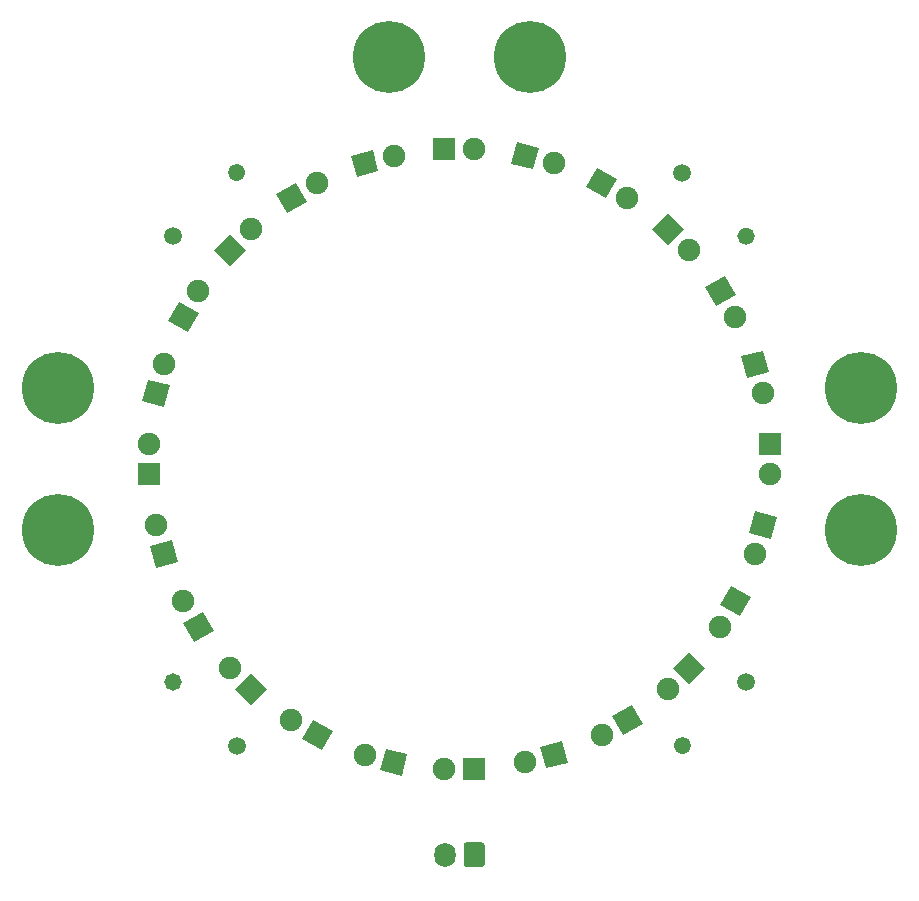
<source format=gbr>
%TF.GenerationSoftware,KiCad,Pcbnew,(5.1.6)-1*%
%TF.CreationDate,2020-08-06T18:29:29-04:00*%
%TF.ProjectId,RingLight,52696e67-4c69-4676-9874-2e6b69636164,rev?*%
%TF.SameCoordinates,Original*%
%TF.FileFunction,Soldermask,Bot*%
%TF.FilePolarity,Negative*%
%FSLAX46Y46*%
G04 Gerber Fmt 4.6, Leading zero omitted, Abs format (unit mm)*
G04 Created by KiCad (PCBNEW (5.1.6)-1) date 2020-08-06 18:29:29*
%MOMM*%
%LPD*%
G01*
G04 APERTURE LIST*
%ADD10C,6.100000*%
%ADD11C,0.100000*%
%ADD12C,1.900000*%
%ADD13R,1.900000X1.900000*%
%ADD14C,1.500000*%
%ADD15O,1.800000X2.100000*%
G04 APERTURE END LIST*
D10*
%TO.C,M3*%
X94000000Y-66000000D03*
%TD*%
D11*
%TO.C,D2*%
G36*
X74987498Y-95596234D02*
G01*
X73152239Y-95104477D01*
X73643996Y-93269218D01*
X75479255Y-93760975D01*
X74987498Y-95596234D01*
G37*
D12*
X74973147Y-91979274D03*
%TD*%
D11*
%TO.C,D3*%
G36*
X76979557Y-89272576D02*
G01*
X75334109Y-88322576D01*
X76284109Y-86677128D01*
X77929557Y-87627128D01*
X76979557Y-89272576D01*
G37*
D12*
X77901833Y-85775147D03*
%TD*%
D11*
%TO.C,D4*%
G36*
X80540421Y-83679976D02*
G01*
X79196918Y-82336473D01*
X80540421Y-80992970D01*
X81883924Y-82336473D01*
X80540421Y-83679976D01*
G37*
D12*
X82336472Y-80540422D03*
%TD*%
D11*
%TO.C,D5*%
G36*
X85427424Y-79199557D02*
G01*
X84477424Y-77554109D01*
X86122872Y-76604109D01*
X87072872Y-78249557D01*
X85427424Y-79199557D01*
G37*
D12*
X87974853Y-76631833D03*
%TD*%
D11*
%TO.C,D6*%
G36*
X91307523Y-76136655D02*
G01*
X90815766Y-74301396D01*
X92651025Y-73809639D01*
X93142782Y-75644898D01*
X91307523Y-76136655D01*
G37*
D12*
X94432726Y-74315747D03*
%TD*%
D13*
%TO.C,D7*%
X98730000Y-73750000D03*
D12*
X101270000Y-73750000D03*
%TD*%
D11*
%TO.C,D8*%
G36*
X104403766Y-74987498D02*
G01*
X104895523Y-73152239D01*
X106730782Y-73643996D01*
X106239025Y-75479255D01*
X104403766Y-74987498D01*
G37*
D12*
X108020726Y-74973147D03*
%TD*%
D11*
%TO.C,D9*%
G36*
X110727424Y-76979557D02*
G01*
X111677424Y-75334109D01*
X113322872Y-76284109D01*
X112372872Y-77929557D01*
X110727424Y-76979557D01*
G37*
D12*
X114224853Y-77901833D03*
%TD*%
D11*
%TO.C,D10*%
G36*
X116320024Y-80540421D02*
G01*
X117663527Y-79196918D01*
X119007030Y-80540421D01*
X117663527Y-81883924D01*
X116320024Y-80540421D01*
G37*
D12*
X119459578Y-82336472D03*
%TD*%
D11*
%TO.C,D11*%
G36*
X120800443Y-85427424D02*
G01*
X122445891Y-84477424D01*
X123395891Y-86122872D01*
X121750443Y-87072872D01*
X120800443Y-85427424D01*
G37*
D12*
X123368167Y-87974853D03*
%TD*%
D11*
%TO.C,D12*%
G36*
X123863345Y-91307523D02*
G01*
X125698604Y-90815766D01*
X126190361Y-92651025D01*
X124355102Y-93142782D01*
X123863345Y-91307523D01*
G37*
D12*
X125684253Y-94432726D03*
%TD*%
D13*
%TO.C,D13*%
X126250000Y-98730000D03*
D12*
X126250000Y-101270000D03*
%TD*%
D11*
%TO.C,D14*%
G36*
X125012502Y-104403766D02*
G01*
X126847761Y-104895523D01*
X126356004Y-106730782D01*
X124520745Y-106239025D01*
X125012502Y-104403766D01*
G37*
D12*
X125026853Y-108020726D03*
%TD*%
D11*
%TO.C,D15*%
G36*
X123020443Y-110727424D02*
G01*
X124665891Y-111677424D01*
X123715891Y-113322872D01*
X122070443Y-112372872D01*
X123020443Y-110727424D01*
G37*
D12*
X122098167Y-114224853D03*
%TD*%
D11*
%TO.C,D16*%
G36*
X119459579Y-116320024D02*
G01*
X120803082Y-117663527D01*
X119459579Y-119007030D01*
X118116076Y-117663527D01*
X119459579Y-116320024D01*
G37*
D12*
X117663528Y-119459578D03*
%TD*%
D11*
%TO.C,D17*%
G36*
X114572576Y-120800443D02*
G01*
X115522576Y-122445891D01*
X113877128Y-123395891D01*
X112927128Y-121750443D01*
X114572576Y-120800443D01*
G37*
D12*
X112025147Y-123368167D03*
%TD*%
D11*
%TO.C,D18*%
G36*
X108692477Y-123863345D02*
G01*
X109184234Y-125698604D01*
X107348975Y-126190361D01*
X106857218Y-124355102D01*
X108692477Y-123863345D01*
G37*
D12*
X105567274Y-125684253D03*
%TD*%
D13*
%TO.C,D19*%
X101270000Y-126250000D03*
D12*
X98730000Y-126250000D03*
%TD*%
D11*
%TO.C,D20*%
G36*
X95596234Y-125012502D02*
G01*
X95104477Y-126847761D01*
X93269218Y-126356004D01*
X93760975Y-124520745D01*
X95596234Y-125012502D01*
G37*
D12*
X91979274Y-125026853D03*
%TD*%
D11*
%TO.C,D21*%
G36*
X89272576Y-123020443D02*
G01*
X88322576Y-124665891D01*
X86677128Y-123715891D01*
X87627128Y-122070443D01*
X89272576Y-123020443D01*
G37*
D12*
X85775147Y-122098167D03*
%TD*%
D11*
%TO.C,D22*%
G36*
X83679976Y-119459579D02*
G01*
X82336473Y-120803082D01*
X80992970Y-119459579D01*
X82336473Y-118116076D01*
X83679976Y-119459579D01*
G37*
D12*
X80540422Y-117663528D03*
%TD*%
D11*
%TO.C,D23*%
G36*
X79199557Y-114572576D02*
G01*
X77554109Y-115522576D01*
X76604109Y-113877128D01*
X78249557Y-112927128D01*
X79199557Y-114572576D01*
G37*
D12*
X76631833Y-112025147D03*
%TD*%
D11*
%TO.C,D24*%
G36*
X76136655Y-108692477D02*
G01*
X74301396Y-109184234D01*
X73809639Y-107348975D01*
X75644898Y-106857218D01*
X76136655Y-108692477D01*
G37*
D12*
X74315747Y-105567274D03*
%TD*%
%TO.C,D1*%
X73750000Y-98730000D03*
D13*
X73750000Y-101270000D03*
%TD*%
D14*
%TO.C,R2*%
X118872680Y-75739166D03*
G36*
G01*
X123730504Y-80596990D02*
X123730504Y-80596990D01*
G75*
G02*
X124791164Y-80596990I530330J-530330D01*
G01*
X124791164Y-80596990D01*
G75*
G02*
X124791164Y-81657650I-530330J-530330D01*
G01*
X124791164Y-81657650D01*
G75*
G02*
X123730504Y-81657650I-530330J530330D01*
G01*
X123730504Y-81657650D01*
G75*
G02*
X123730504Y-80596990I530330J530330D01*
G01*
G37*
%TD*%
D10*
%TO.C,M6*%
X134000000Y-106000000D03*
%TD*%
%TO.C,M2*%
X66000000Y-94000000D03*
%TD*%
%TO.C,M5*%
X134000000Y-94000000D03*
%TD*%
%TO.C,M1*%
X66000000Y-106000000D03*
%TD*%
%TO.C,M4*%
X106000000Y-66000000D03*
%TD*%
D15*
%TO.C,J1*%
X98750000Y-133500000D03*
G36*
G01*
X102150000Y-132714706D02*
X102150000Y-134285294D01*
G75*
G02*
X101885294Y-134550000I-264706J0D01*
G01*
X100614706Y-134550000D01*
G75*
G02*
X100350000Y-134285294I0J264706D01*
G01*
X100350000Y-132714706D01*
G75*
G02*
X100614706Y-132450000I264706J0D01*
G01*
X101885294Y-132450000D01*
G75*
G02*
X102150000Y-132714706I0J-264706D01*
G01*
G37*
%TD*%
D14*
%TO.C,R1*%
X75739166Y-81127320D03*
G36*
G01*
X80596990Y-76269496D02*
X80596990Y-76269496D01*
G75*
G02*
X80596990Y-75208836I530330J530330D01*
G01*
X80596990Y-75208836D01*
G75*
G02*
X81657650Y-75208836I530330J-530330D01*
G01*
X81657650Y-75208836D01*
G75*
G02*
X81657650Y-76269496I-530330J-530330D01*
G01*
X81657650Y-76269496D01*
G75*
G02*
X80596990Y-76269496I-530330J530330D01*
G01*
G37*
%TD*%
%TO.C,R3*%
X124260834Y-118872680D03*
G36*
G01*
X119403010Y-123730504D02*
X119403010Y-123730504D01*
G75*
G02*
X119403010Y-124791164I-530330J-530330D01*
G01*
X119403010Y-124791164D01*
G75*
G02*
X118342350Y-124791164I-530330J530330D01*
G01*
X118342350Y-124791164D01*
G75*
G02*
X118342350Y-123730504I530330J530330D01*
G01*
X118342350Y-123730504D01*
G75*
G02*
X119403010Y-123730504I530330J-530330D01*
G01*
G37*
%TD*%
%TO.C,R4*%
X81127320Y-124260834D03*
G36*
G01*
X76269496Y-119403010D02*
X76269496Y-119403010D01*
G75*
G02*
X75208836Y-119403010I-530330J530330D01*
G01*
X75208836Y-119403010D01*
G75*
G02*
X75208836Y-118342350I530330J530330D01*
G01*
X75208836Y-118342350D01*
G75*
G02*
X76269496Y-118342350I530330J-530330D01*
G01*
X76269496Y-118342350D01*
G75*
G02*
X76269496Y-119403010I-530330J-530330D01*
G01*
G37*
%TD*%
M02*

</source>
